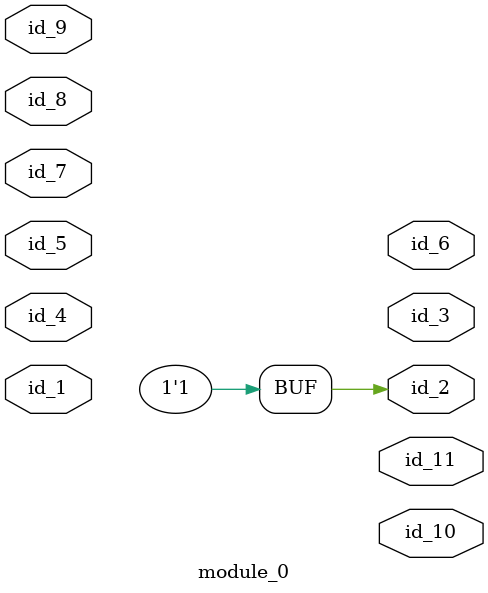
<source format=v>
module module_0 (
    id_1,
    id_2,
    id_3,
    id_4,
    id_5,
    id_6,
    id_7,
    id_8,
    id_9,
    id_10,
    id_11
);
  output wire id_11;
  output wire id_10;
  inout wire id_9;
  input wire id_8;
  input wire id_7;
  output wire id_6;
  inout wire id_5;
  input wire id_4;
  output wire id_3;
  output wire id_2;
  inout wire id_1;
  assign id_2 = -1;
  wire id_12;
endmodule
module module_1;
  wire id_1;
  module_0 modCall_1 (
      id_1,
      id_1,
      id_1,
      id_1,
      id_1,
      id_1,
      id_1,
      id_1,
      id_1,
      id_1,
      id_1
  );
endmodule

</source>
